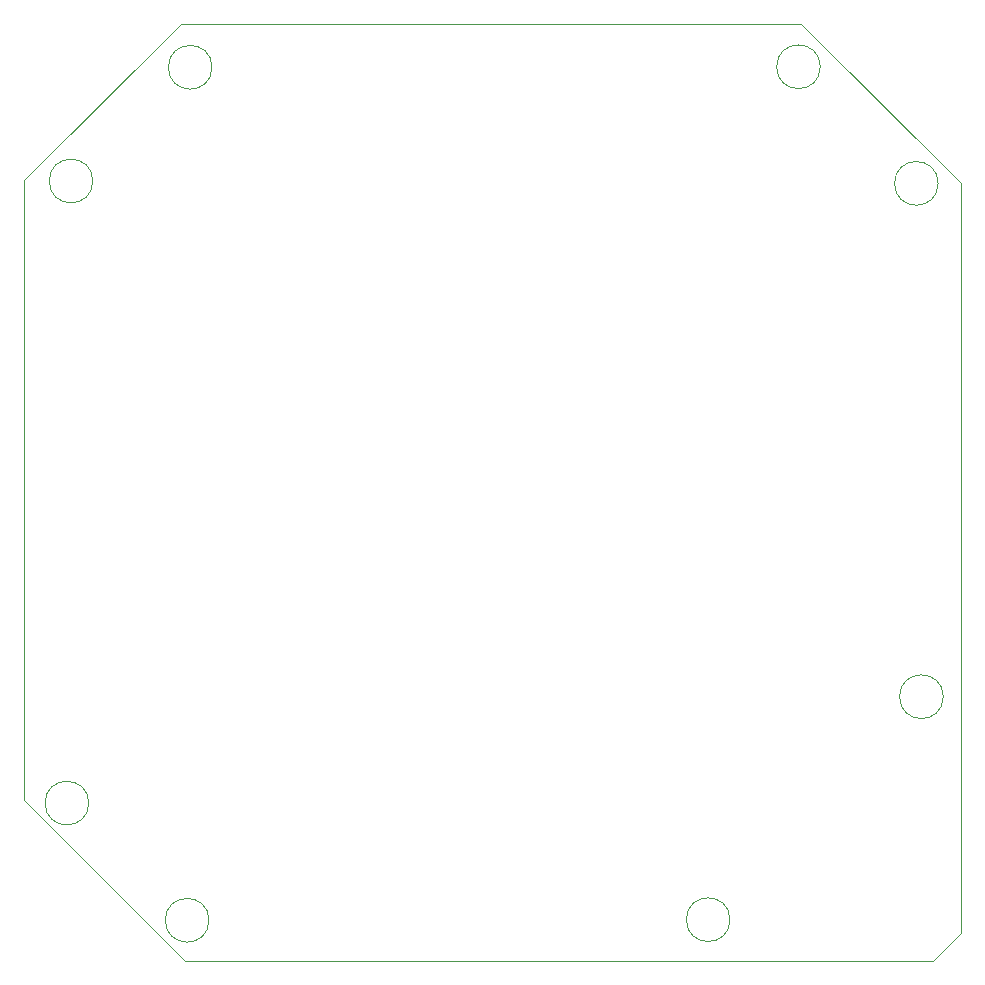
<source format=gbr>
%TF.GenerationSoftware,KiCad,Pcbnew,7.0.9*%
%TF.CreationDate,2023-11-25T09:18:02+10:00*%
%TF.ProjectId,Simmeters Large Guage Replacement,53696d6d-6574-4657-9273-204c61726765,rev?*%
%TF.SameCoordinates,Original*%
%TF.FileFunction,Profile,NP*%
%FSLAX46Y46*%
G04 Gerber Fmt 4.6, Leading zero omitted, Abs format (unit mm)*
G04 Created by KiCad (PCBNEW 7.0.9) date 2023-11-25 09:18:02*
%MOMM*%
%LPD*%
G01*
G04 APERTURE LIST*
%TA.AperFunction,Profile*%
%ADD10C,0.050000*%
%TD*%
%TA.AperFunction,Profile*%
%ADD11C,0.120000*%
%TD*%
G04 APERTURE END LIST*
D10*
X153585515Y-61274574D02*
X140305515Y-74554574D01*
X219685515Y-138294574D02*
X219685515Y-74814574D01*
X140305515Y-74554574D02*
X140305515Y-126984574D01*
X140305515Y-126984574D02*
X153985515Y-140664574D01*
D11*
X200098559Y-137144574D02*
G75*
G03*
X200098559Y-137144574I-1850000J0D01*
G01*
X156245515Y-64974574D02*
G75*
G03*
X156245515Y-64974574I-1850000J0D01*
G01*
D10*
X206145515Y-61274574D02*
X153585515Y-61274574D01*
D11*
X146155515Y-74604574D02*
G75*
G03*
X146155515Y-74604574I-1850000J0D01*
G01*
X145805515Y-127274574D02*
G75*
G03*
X145805515Y-127274574I-1850000J0D01*
G01*
D10*
X219685515Y-74814574D02*
X206145515Y-61274574D01*
D11*
X155985515Y-137194574D02*
G75*
G03*
X155985515Y-137194574I-1850000J0D01*
G01*
D10*
X153985515Y-140664574D02*
X205835515Y-140664574D01*
D11*
X217725515Y-74804574D02*
G75*
G03*
X217725515Y-74804574I-1850000J0D01*
G01*
X207745515Y-64934574D02*
G75*
G03*
X207745515Y-64934574I-1850000J0D01*
G01*
D10*
X205835515Y-140664574D02*
X217315515Y-140664574D01*
X217315515Y-140664574D02*
X219685515Y-138294574D01*
D11*
X218157037Y-118266096D02*
G75*
G03*
X218157037Y-118266096I-1850000J0D01*
G01*
M02*

</source>
